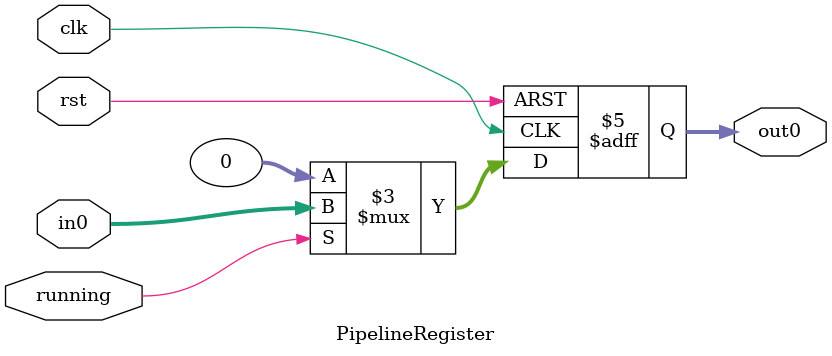
<source format=v>
`timescale 1ns / 1ps

module PipelineRegister #(
   parameter DATA_W = 32
) (
   input running,

   input [DATA_W-1:0] in0,

   (* versat_latency = 1 *) output reg [DATA_W-1:0] out0,

   input clk,
   input rst
);

   always @(posedge clk, posedge rst) begin
      if (rst) begin
         out0 <= {DATA_W{1'b0}};
      end else if (running) begin
         out0 <= in0;
      end else begin
         out0 <= {DATA_W{1'b0}};
      end
   end

endmodule

</source>
